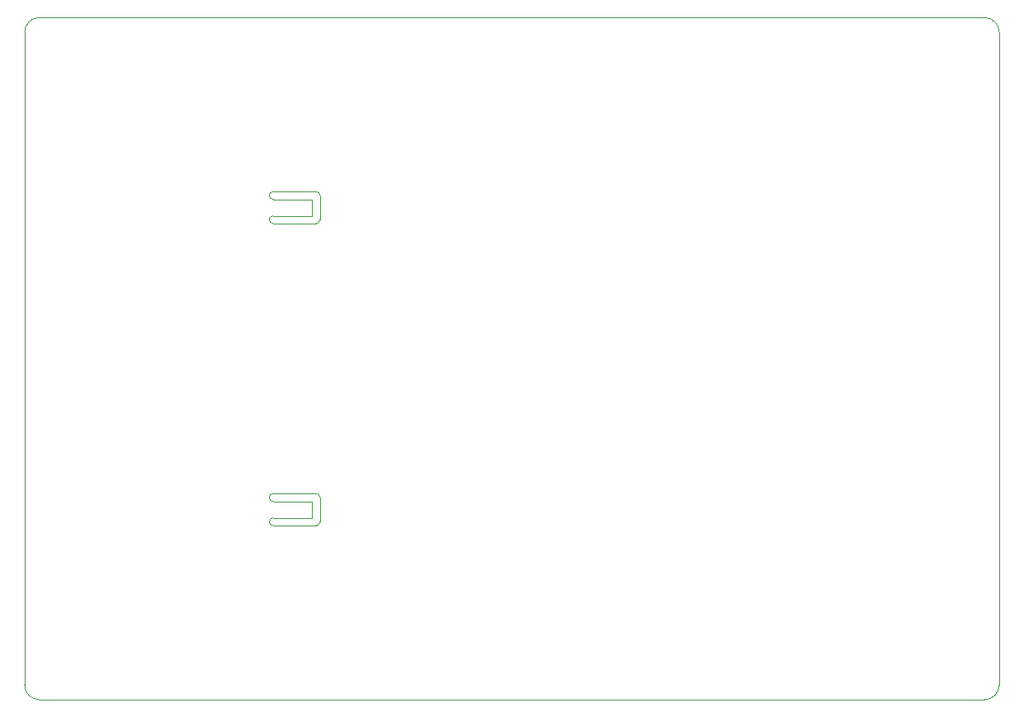
<source format=gm1>
%TF.GenerationSoftware,KiCad,Pcbnew,5.1.10-88a1d61d58~90~ubuntu20.04.1*%
%TF.CreationDate,2021-12-10T22:24:31-05:00*%
%TF.ProjectId,Load_Balancer_mk_4,4c6f6164-5f42-4616-9c61-6e6365725f6d,rev?*%
%TF.SameCoordinates,Original*%
%TF.FileFunction,Profile,NP*%
%FSLAX46Y46*%
G04 Gerber Fmt 4.6, Leading zero omitted, Abs format (unit mm)*
G04 Created by KiCad (PCBNEW 5.1.10-88a1d61d58~90~ubuntu20.04.1) date 2021-12-10 22:24:31*
%MOMM*%
%LPD*%
G01*
G04 APERTURE LIST*
%TA.AperFunction,Profile*%
%ADD10C,0.050000*%
%TD*%
G04 APERTURE END LIST*
D10*
X44000000Y-36500000D02*
G75*
G02*
X45500000Y-35000000I1500000J0D01*
G01*
X45500000Y-105000000D02*
G75*
G02*
X44000000Y-103500000I0J1500000D01*
G01*
X144000000Y-103500000D02*
G75*
G02*
X142500000Y-105000000I-1500000J0D01*
G01*
X142500000Y-35000000D02*
G75*
G02*
X144000000Y-36500000I0J-1500000D01*
G01*
X74300000Y-86750000D02*
X74300000Y-84250000D01*
X69500000Y-83850000D02*
X73900000Y-83850000D01*
X69500000Y-84650000D02*
G75*
G02*
X69500000Y-83850000I0J400000D01*
G01*
X73900000Y-83850000D02*
G75*
G02*
X74300000Y-84250000I0J-400000D01*
G01*
X69500000Y-86350000D02*
X73500000Y-86350000D01*
X69500000Y-87150000D02*
G75*
G02*
X69500000Y-86350000I0J400000D01*
G01*
X69500000Y-87150000D02*
X73900000Y-87150000D01*
X69500000Y-84650000D02*
X73500000Y-84650000D01*
X74300000Y-86750000D02*
G75*
G02*
X73900000Y-87150000I-400000J0D01*
G01*
X73500000Y-86350000D02*
X73500000Y-84650000D01*
X69500000Y-52850000D02*
X73900000Y-52850000D01*
X69500000Y-53650000D02*
G75*
G02*
X69500000Y-52850000I0J400000D01*
G01*
X69500000Y-53650000D02*
X73500000Y-53650000D01*
X73900000Y-52850000D02*
G75*
G02*
X74300000Y-53250000I0J-400000D01*
G01*
X74300000Y-55750000D02*
X74300000Y-53250000D01*
X74300000Y-55750000D02*
G75*
G02*
X73900000Y-56150000I-400000J0D01*
G01*
X73500000Y-55350000D02*
X73500000Y-53650000D01*
X144000000Y-36500000D02*
X144000000Y-103500000D01*
X45500000Y-35000000D02*
X142500000Y-35000000D01*
X45500000Y-105000000D02*
X142500000Y-105000000D01*
X44000000Y-36500000D02*
X44000000Y-103500000D01*
X69500000Y-55350000D02*
X73500000Y-55350000D01*
X69500000Y-56150000D02*
X73900000Y-56150000D01*
X69500000Y-56150000D02*
G75*
G02*
X69500000Y-55350000I0J400000D01*
G01*
M02*

</source>
